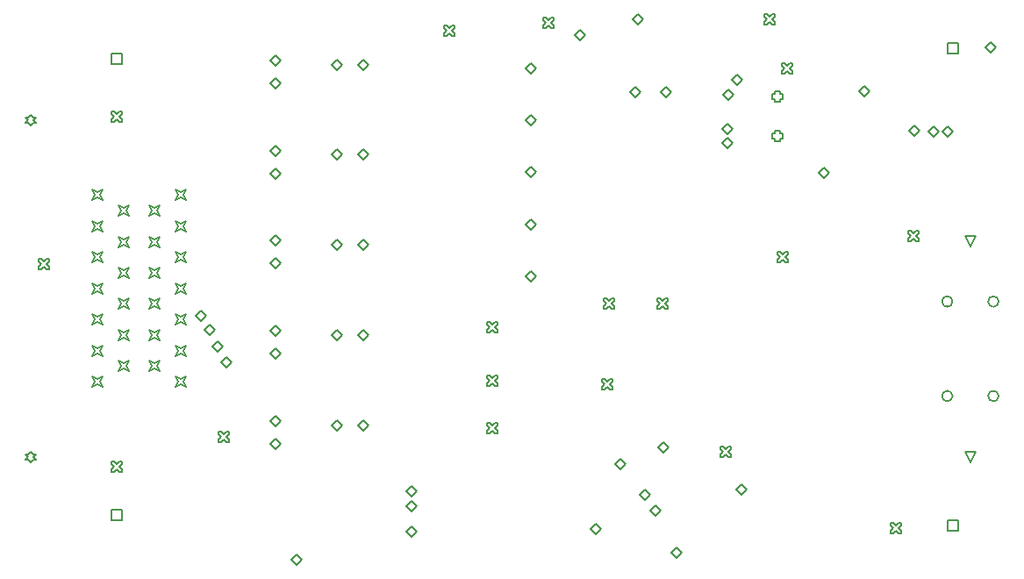
<source format=gbr>
%TF.GenerationSoftware,Altium Limited,Altium Designer,18.1.9 (240)*%
G04 Layer_Color=2752767*
%FSLAX26Y26*%
%MOIN*%
%TF.FileFunction,Drawing*%
%TF.Part,Single*%
G01*
G75*
%TA.AperFunction,NonConductor*%
%ADD115C,0.005000*%
%ADD116C,0.006667*%
D115*
X6574488Y6346142D02*
Y6386142D01*
X6614488D01*
Y6346142D01*
X6574488D01*
Y4535118D02*
Y4575118D01*
X6614488D01*
Y4535118D01*
X6574488D01*
X3397323Y4574488D02*
Y4614488D01*
X3437323D01*
Y4574488D01*
X3397323D01*
Y6306772D02*
Y6346772D01*
X3437323D01*
Y6306772D01*
X3397323D01*
X6661417Y5615039D02*
X6641417Y5655039D01*
X6681417D01*
X6661417Y5615039D01*
Y4794961D02*
X6641417Y4834961D01*
X6681417D01*
X6661417Y4794961D01*
X3090551Y4794961D02*
X3100551Y4804961D01*
X3110551D01*
X3100551Y4814961D01*
X3110551Y4824961D01*
X3100551D01*
X3090551Y4834961D01*
X3080551Y4824961D01*
X3070551D01*
X3080551Y4814961D01*
X3070551Y4804961D01*
X3080551D01*
X3090551Y4794961D01*
X3326457Y5789055D02*
X3336457Y5809055D01*
X3326457Y5829055D01*
X3346457Y5819055D01*
X3366457Y5829055D01*
X3356457Y5809055D01*
X3366457Y5789055D01*
X3346457Y5799055D01*
X3326457Y5789055D01*
Y5670945D02*
X3336457Y5690945D01*
X3326457Y5710945D01*
X3346457Y5700945D01*
X3366457Y5710945D01*
X3356457Y5690945D01*
X3366457Y5670945D01*
X3346457Y5680945D01*
X3326457Y5670945D01*
Y5552835D02*
X3336457Y5572835D01*
X3326457Y5592835D01*
X3346457Y5582835D01*
X3366457Y5592835D01*
X3356457Y5572835D01*
X3366457Y5552835D01*
X3346457Y5562835D01*
X3326457Y5552835D01*
Y5434724D02*
X3336457Y5454724D01*
X3326457Y5474724D01*
X3346457Y5464724D01*
X3366457Y5474724D01*
X3356457Y5454724D01*
X3366457Y5434724D01*
X3346457Y5444724D01*
X3326457Y5434724D01*
Y5316614D02*
X3336457Y5336614D01*
X3326457Y5356614D01*
X3346457Y5346614D01*
X3366457Y5356614D01*
X3356457Y5336614D01*
X3366457Y5316614D01*
X3346457Y5326614D01*
X3326457Y5316614D01*
Y5198504D02*
X3336457Y5218504D01*
X3326457Y5238504D01*
X3346457Y5228504D01*
X3366457Y5238504D01*
X3356457Y5218504D01*
X3366457Y5198504D01*
X3346457Y5208504D01*
X3326457Y5198504D01*
Y5080394D02*
X3336457Y5100394D01*
X3326457Y5120394D01*
X3346457Y5110394D01*
X3366457Y5120394D01*
X3356457Y5100394D01*
X3366457Y5080394D01*
X3346457Y5090394D01*
X3326457Y5080394D01*
X3424882Y5730000D02*
X3434882Y5750000D01*
X3424882Y5770000D01*
X3444882Y5760000D01*
X3464882Y5770000D01*
X3454882Y5750000D01*
X3464882Y5730000D01*
X3444882Y5740000D01*
X3424882Y5730000D01*
Y5611890D02*
X3434882Y5631890D01*
X3424882Y5651890D01*
X3444882Y5641890D01*
X3464882Y5651890D01*
X3454882Y5631890D01*
X3464882Y5611890D01*
X3444882Y5621890D01*
X3424882Y5611890D01*
Y5493779D02*
X3434882Y5513779D01*
X3424882Y5533779D01*
X3444882Y5523779D01*
X3464882Y5533779D01*
X3454882Y5513779D01*
X3464882Y5493779D01*
X3444882Y5503779D01*
X3424882Y5493779D01*
Y5375669D02*
X3434882Y5395669D01*
X3424882Y5415669D01*
X3444882Y5405669D01*
X3464882Y5415669D01*
X3454882Y5395669D01*
X3464882Y5375669D01*
X3444882Y5385669D01*
X3424882Y5375669D01*
Y5257559D02*
X3434882Y5277559D01*
X3424882Y5297559D01*
X3444882Y5287559D01*
X3464882Y5297559D01*
X3454882Y5277559D01*
X3464882Y5257559D01*
X3444882Y5267559D01*
X3424882Y5257559D01*
Y5139449D02*
X3434882Y5159449D01*
X3424882Y5179449D01*
X3444882Y5169449D01*
X3464882Y5179449D01*
X3454882Y5159449D01*
X3464882Y5139449D01*
X3444882Y5149449D01*
X3424882Y5139449D01*
X3542992Y5730000D02*
X3552992Y5750000D01*
X3542992Y5770000D01*
X3562992Y5760000D01*
X3582992Y5770000D01*
X3572992Y5750000D01*
X3582992Y5730000D01*
X3562992Y5740000D01*
X3542992Y5730000D01*
Y5611890D02*
X3552992Y5631890D01*
X3542992Y5651890D01*
X3562992Y5641890D01*
X3582992Y5651890D01*
X3572992Y5631890D01*
X3582992Y5611890D01*
X3562992Y5621890D01*
X3542992Y5611890D01*
Y5493779D02*
X3552992Y5513779D01*
X3542992Y5533779D01*
X3562992Y5523779D01*
X3582992Y5533779D01*
X3572992Y5513779D01*
X3582992Y5493779D01*
X3562992Y5503779D01*
X3542992Y5493779D01*
Y5375669D02*
X3552992Y5395669D01*
X3542992Y5415669D01*
X3562992Y5405669D01*
X3582992Y5415669D01*
X3572992Y5395669D01*
X3582992Y5375669D01*
X3562992Y5385669D01*
X3542992Y5375669D01*
Y5257559D02*
X3552992Y5277559D01*
X3542992Y5297559D01*
X3562992Y5287559D01*
X3582992Y5297559D01*
X3572992Y5277559D01*
X3582992Y5257559D01*
X3562992Y5267559D01*
X3542992Y5257559D01*
Y5139449D02*
X3552992Y5159449D01*
X3542992Y5179449D01*
X3562992Y5169449D01*
X3582992Y5179449D01*
X3572992Y5159449D01*
X3582992Y5139449D01*
X3562992Y5149449D01*
X3542992Y5139449D01*
X3641417Y5789055D02*
X3651417Y5809055D01*
X3641417Y5829055D01*
X3661417Y5819055D01*
X3681417Y5829055D01*
X3671417Y5809055D01*
X3681417Y5789055D01*
X3661417Y5799055D01*
X3641417Y5789055D01*
Y5670945D02*
X3651417Y5690945D01*
X3641417Y5710945D01*
X3661417Y5700945D01*
X3681417Y5710945D01*
X3671417Y5690945D01*
X3681417Y5670945D01*
X3661417Y5680945D01*
X3641417Y5670945D01*
Y5552835D02*
X3651417Y5572835D01*
X3641417Y5592835D01*
X3661417Y5582835D01*
X3681417Y5592835D01*
X3671417Y5572835D01*
X3681417Y5552835D01*
X3661417Y5562835D01*
X3641417Y5552835D01*
Y5434724D02*
X3651417Y5454724D01*
X3641417Y5474724D01*
X3661417Y5464724D01*
X3681417Y5474724D01*
X3671417Y5454724D01*
X3681417Y5434724D01*
X3661417Y5444724D01*
X3641417Y5434724D01*
Y5316614D02*
X3651417Y5336614D01*
X3641417Y5356614D01*
X3661417Y5346614D01*
X3681417Y5356614D01*
X3671417Y5336614D01*
X3681417Y5316614D01*
X3661417Y5326614D01*
X3641417Y5316614D01*
Y5198504D02*
X3651417Y5218504D01*
X3641417Y5238504D01*
X3661417Y5228504D01*
X3681417Y5238504D01*
X3671417Y5218504D01*
X3681417Y5198504D01*
X3661417Y5208504D01*
X3641417Y5198504D01*
Y5080394D02*
X3651417Y5100394D01*
X3641417Y5120394D01*
X3661417Y5110394D01*
X3681417Y5120394D01*
X3671417Y5100394D01*
X3681417Y5080394D01*
X3661417Y5090394D01*
X3641417Y5080394D01*
X3090551Y6074488D02*
X3100551Y6084488D01*
X3110551D01*
X3100551Y6094488D01*
X3110551Y6104488D01*
X3100551D01*
X3090551Y6114488D01*
X3080551Y6104488D01*
X3070551D01*
X3080551Y6094488D01*
X3070551Y6084488D01*
X3080551D01*
X3090551Y6074488D01*
X5919133Y6175236D02*
Y6165236D01*
X5939133D01*
Y6175236D01*
X5949133D01*
Y6195236D01*
X5939133D01*
Y6205236D01*
X5919133D01*
Y6195236D01*
X5909133D01*
Y6175236D01*
X5919133D01*
Y6025236D02*
Y6015236D01*
X5939133D01*
Y6025236D01*
X5949133D01*
Y6045236D01*
X5939133D01*
Y6055236D01*
X5919133D01*
Y6045236D01*
X5909133D01*
Y6025236D01*
X5919133D01*
X5712283Y4814646D02*
X5722283D01*
X5732283Y4824646D01*
X5742283Y4814646D01*
X5752283D01*
Y4824646D01*
X5742283Y4834646D01*
X5752283Y4844646D01*
Y4854646D01*
X5742283D01*
X5732283Y4844646D01*
X5722283Y4854646D01*
X5712283D01*
Y4844646D01*
X5722283Y4834646D01*
X5712283Y4824646D01*
Y4814646D01*
X5039055Y6444567D02*
X5049055D01*
X5059055Y6454567D01*
X5069055Y6444567D01*
X5079055D01*
Y6454567D01*
X5069055Y6464567D01*
X5079055Y6474567D01*
Y6484567D01*
X5069055D01*
X5059055Y6474567D01*
X5049055Y6484567D01*
X5039055D01*
Y6474567D01*
X5049055Y6464567D01*
X5039055Y6454567D01*
Y6444567D01*
X4519370Y4685039D02*
X4539370Y4705039D01*
X4559370Y4685039D01*
X4539370Y4665039D01*
X4519370Y4685039D01*
X4519370Y4531496D02*
X4539370Y4551496D01*
X4559370Y4531496D01*
X4539370Y4511496D01*
X4519370Y4531496D01*
X6720158Y6370079D02*
X6740158Y6390079D01*
X6760158Y6370079D01*
X6740158Y6350079D01*
X6720158Y6370079D01*
X6239842Y6204724D02*
X6259842Y6224724D01*
X6279842Y6204724D01*
X6259842Y6184724D01*
X6239842Y6204724D01*
X6503622Y6051181D02*
X6523622Y6071181D01*
X6543622Y6051181D01*
X6523622Y6031181D01*
X6503622Y6051181D01*
X6554803D02*
X6574803Y6071181D01*
X6594803Y6051181D01*
X6574803Y6031181D01*
X6554803Y6051181D01*
X6428819Y6055118D02*
X6448819Y6075118D01*
X6468819Y6055118D01*
X6448819Y6035118D01*
X6428819Y6055118D01*
X3121732Y5527244D02*
X3131732D01*
X3141732Y5537244D01*
X3151732Y5527244D01*
X3161732D01*
Y5537244D01*
X3151732Y5547244D01*
X3161732Y5557244D01*
Y5567244D01*
X3151732D01*
X3141732Y5557244D01*
X3131732Y5567244D01*
X3121732D01*
Y5557244D01*
X3131732Y5547244D01*
X3121732Y5537244D01*
Y5527244D01*
X4082362Y4425197D02*
X4102362Y4445197D01*
X4122362Y4425197D01*
X4102362Y4405197D01*
X4082362Y4425197D01*
X6357953Y4523307D02*
X6367953D01*
X6377953Y4533307D01*
X6387953Y4523307D01*
X6397953D01*
Y4533307D01*
X6387953Y4543307D01*
X6397953Y4553307D01*
Y4563307D01*
X6387953D01*
X6377953Y4553307D01*
X6367953Y4563307D01*
X6357953D01*
Y4553307D01*
X6367953Y4543307D01*
X6357953Y4533307D01*
Y4523307D01*
X5877638Y6456378D02*
X5887638D01*
X5897638Y6466378D01*
X5907638Y6456378D01*
X5917638D01*
Y6466378D01*
X5907638Y6476378D01*
X5917638Y6486378D01*
Y6496378D01*
X5907638D01*
X5897638Y6486378D01*
X5887638Y6496378D01*
X5877638D01*
Y6486378D01*
X5887638Y6476378D01*
X5877638Y6466378D01*
Y6456378D01*
X6424882Y5633543D02*
X6434882D01*
X6444882Y5643543D01*
X6454882Y5633543D01*
X6464882D01*
Y5643543D01*
X6454882Y5653543D01*
X6464882Y5663543D01*
Y5673543D01*
X6454882D01*
X6444882Y5663543D01*
X6434882Y5673543D01*
X6424882D01*
Y5663543D01*
X6434882Y5653543D01*
X6424882Y5643543D01*
Y5633543D01*
X5472126Y5377638D02*
X5482126D01*
X5492126Y5387638D01*
X5502126Y5377638D01*
X5512126D01*
Y5387638D01*
X5502126Y5397638D01*
X5512126Y5407638D01*
Y5417638D01*
X5502126D01*
X5492126Y5407638D01*
X5482126Y5417638D01*
X5472126D01*
Y5407638D01*
X5482126Y5397638D01*
X5472126Y5387638D01*
Y5377638D01*
X5263465Y5070551D02*
X5273465D01*
X5283465Y5080551D01*
X5293465Y5070551D01*
X5303465D01*
Y5080551D01*
X5293465Y5090551D01*
X5303465Y5100551D01*
Y5110551D01*
X5293465D01*
X5283465Y5100551D01*
X5273465Y5110551D01*
X5263465D01*
Y5100551D01*
X5273465Y5090551D01*
X5263465Y5080551D01*
Y5070551D01*
X5267402Y5377638D02*
X5277402D01*
X5287402Y5387638D01*
X5297402Y5377638D01*
X5307402D01*
Y5387638D01*
X5297402Y5397638D01*
X5307402Y5407638D01*
Y5417638D01*
X5297402D01*
X5287402Y5407638D01*
X5277402Y5417638D01*
X5267402D01*
Y5407638D01*
X5277402Y5397638D01*
X5267402Y5387638D01*
Y5377638D01*
X4661102Y6413071D02*
X4671102D01*
X4681102Y6423071D01*
X4691102Y6413071D01*
X4701102D01*
Y6423071D01*
X4691102Y6433071D01*
X4701102Y6443071D01*
Y6453071D01*
X4691102D01*
X4681102Y6443071D01*
X4671102Y6453071D01*
X4661102D01*
Y6443071D01*
X4671102Y6433071D01*
X4661102Y6423071D01*
Y6413071D01*
X3397323Y4755591D02*
X3407323D01*
X3417323Y4765591D01*
X3427323Y4755591D01*
X3437323D01*
Y4765591D01*
X3427323Y4775591D01*
X3437323Y4785591D01*
Y4795591D01*
X3427323D01*
X3417323Y4785591D01*
X3407323Y4795591D01*
X3397323D01*
Y4785591D01*
X3407323Y4775591D01*
X3397323Y4765591D01*
Y4755591D01*
Y6086299D02*
X3407323D01*
X3417323Y6096299D01*
X3427323Y6086299D01*
X3437323D01*
Y6096299D01*
X3427323Y6106299D01*
X3437323Y6116299D01*
Y6126299D01*
X3427323D01*
X3417323Y6116299D01*
X3407323Y6126299D01*
X3397323D01*
Y6116299D01*
X3407323Y6106299D01*
X3397323Y6096299D01*
Y6086299D01*
X4826457Y4905197D02*
X4836457D01*
X4846457Y4915197D01*
X4856457Y4905197D01*
X4866457D01*
Y4915197D01*
X4856457Y4925197D01*
X4866457Y4935197D01*
Y4945197D01*
X4856457D01*
X4846457Y4935197D01*
X4836457Y4945197D01*
X4826457D01*
Y4935197D01*
X4836457Y4925197D01*
X4826457Y4915197D01*
Y4905197D01*
Y5082362D02*
X4836457D01*
X4846457Y5092362D01*
X4856457Y5082362D01*
X4866457D01*
Y5092362D01*
X4856457Y5102362D01*
X4866457Y5112362D01*
Y5122362D01*
X4856457D01*
X4846457Y5112362D01*
X4836457Y5122362D01*
X4826457D01*
Y5112362D01*
X4836457Y5102362D01*
X4826457Y5092362D01*
Y5082362D01*
Y5287087D02*
X4836457D01*
X4846457Y5297087D01*
X4856457Y5287087D01*
X4866457D01*
Y5297087D01*
X4856457Y5307087D01*
X4866457Y5317087D01*
Y5327087D01*
X4856457D01*
X4846457Y5317087D01*
X4836457Y5327087D01*
X4826457D01*
Y5317087D01*
X4836457Y5307087D01*
X4826457Y5297087D01*
Y5287087D01*
X5476063Y4850394D02*
X5496063Y4870394D01*
X5516063Y4850394D01*
X5496063Y4830394D01*
X5476063Y4850394D01*
X5770820Y4690945D02*
X5790820Y4710945D01*
X5810820Y4690945D01*
X5790820Y4670945D01*
X5770820Y4690945D01*
X5929185Y5554437D02*
X5939185D01*
X5949185Y5564437D01*
X5959185Y5554437D01*
X5969185D01*
Y5564437D01*
X5959185Y5574437D01*
X5969185Y5584437D01*
Y5594437D01*
X5959185D01*
X5949185Y5584437D01*
X5939185Y5594437D01*
X5929185D01*
Y5584437D01*
X5939185Y5574437D01*
X5929185Y5564437D01*
Y5554437D01*
X5377638Y6476378D02*
X5397638Y6496378D01*
X5417638Y6476378D01*
X5397638Y6456378D01*
X5377638Y6476378D01*
X5157165Y6417323D02*
X5177165Y6437323D01*
X5197165Y6417323D01*
X5177165Y6397323D01*
X5157165Y6417323D01*
X5944567Y6271339D02*
X5954567D01*
X5964567Y6281339D01*
X5974567Y6271339D01*
X5984567D01*
Y6281339D01*
X5974567Y6291339D01*
X5984567Y6301339D01*
Y6311339D01*
X5974567D01*
X5964567Y6301339D01*
X5954567Y6311339D01*
X5944567D01*
Y6301339D01*
X5954567Y6291339D01*
X5944567Y6281339D01*
Y6271339D01*
X6086299Y5893701D02*
X6106299Y5913701D01*
X6126299Y5893701D01*
X6106299Y5873701D01*
X6086299Y5893701D01*
X5369764Y6200787D02*
X5389764Y6220787D01*
X5409764Y6200787D01*
X5389764Y6180787D01*
X5369764Y6200787D01*
X5310709Y4787402D02*
X5330709Y4807402D01*
X5350709Y4787402D01*
X5330709Y4767402D01*
X5310709Y4787402D01*
X3806772Y4869764D02*
X3816772D01*
X3826772Y4879764D01*
X3836772Y4869764D01*
X3846772D01*
Y4879764D01*
X3836772Y4889764D01*
X3846772Y4899764D01*
Y4909764D01*
X3836772D01*
X3826772Y4899764D01*
X3816772Y4909764D01*
X3806772D01*
Y4899764D01*
X3816772Y4889764D01*
X3806772Y4879764D01*
Y4869764D01*
X3814646Y5173228D02*
X3834646Y5193228D01*
X3854646Y5173228D01*
X3834646Y5153228D01*
X3814646Y5173228D01*
X3783150Y5232283D02*
X3803150Y5252283D01*
X3823150Y5232283D01*
X3803150Y5212283D01*
X3783150Y5232283D01*
X3751653Y5295276D02*
X3771653Y5315276D01*
X3791653Y5295276D01*
X3771653Y5275276D01*
X3751653Y5295276D01*
X3720157Y5350394D02*
X3740157Y5370394D01*
X3760157Y5350394D01*
X3740157Y5330394D01*
X3720157Y5350394D01*
X5405197Y4669291D02*
X5425197Y4689291D01*
X5445197Y4669291D01*
X5425197Y4649291D01*
X5405197Y4669291D01*
X5444566Y4610236D02*
X5464566Y4630236D01*
X5484566Y4610236D01*
X5464566Y4590236D01*
X5444566Y4610236D01*
X5485906Y6198819D02*
X5505906Y6218819D01*
X5525906Y6198819D01*
X5505906Y6178819D01*
X5485906Y6198819D01*
X5755591Y6248032D02*
X5775591Y6268032D01*
X5795591Y6248032D01*
X5775591Y6228032D01*
X5755591Y6248032D01*
X5720158Y6059055D02*
X5740158Y6079055D01*
X5760158Y6059055D01*
X5740158Y6039055D01*
X5720158Y6059055D01*
X5722114Y6188964D02*
X5742114Y6208964D01*
X5762114Y6188964D01*
X5742114Y6168964D01*
X5722114Y6188964D01*
X5720146Y6007862D02*
X5740146Y6027862D01*
X5760146Y6007862D01*
X5740146Y5987862D01*
X5720146Y6007862D01*
X4972127Y5500001D02*
X4992127Y5520001D01*
X5012127Y5500001D01*
X4992127Y5480001D01*
X4972127Y5500001D01*
Y5696851D02*
X4992127Y5716851D01*
X5012127Y5696851D01*
X4992127Y5676851D01*
X4972127Y5696851D01*
Y5897639D02*
X4992127Y5917639D01*
X5012127Y5897639D01*
X4992127Y5877639D01*
X4972127Y5897639D01*
Y6094489D02*
X4992127Y6114489D01*
X5012127Y6094489D01*
X4992127Y6074489D01*
X4972127Y6094489D01*
Y6291340D02*
X4992127Y6311340D01*
X5012127Y6291340D01*
X4992127Y6271340D01*
X4972127Y6291340D01*
X5220158Y4539370D02*
X5240158Y4559370D01*
X5260158Y4539370D01*
X5240158Y4519370D01*
X5220158Y4539370D01*
X5525276Y4450787D02*
X5545276Y4470787D01*
X5565276Y4450787D01*
X5545276Y4430787D01*
X5525276Y4450787D01*
X4519370Y4625984D02*
X4539370Y4645984D01*
X4559370Y4625984D01*
X4539370Y4605984D01*
X4519370Y4625984D01*
X4003622Y5293306D02*
X4023622Y5313306D01*
X4043622Y5293306D01*
X4023622Y5273306D01*
X4003622Y5293306D01*
Y5206692D02*
X4023622Y5226692D01*
X4043622Y5206692D01*
X4023622Y5186692D01*
X4003622Y5206692D01*
X4235901Y5277557D02*
X4255901Y5297557D01*
X4275901Y5277557D01*
X4255901Y5257557D01*
X4235901Y5277557D01*
X4334325D02*
X4354325Y5297557D01*
X4374325Y5277557D01*
X4354325Y5257557D01*
X4334325Y5277557D01*
X4003622Y5635826D02*
X4023622Y5655826D01*
X4043622Y5635826D01*
X4023622Y5615826D01*
X4003622Y5635826D01*
Y5549212D02*
X4023622Y5569212D01*
X4043622Y5549212D01*
X4023622Y5529212D01*
X4003622Y5549212D01*
X4235901Y5620077D02*
X4255901Y5640077D01*
X4275901Y5620077D01*
X4255901Y5600077D01*
X4235901Y5620077D01*
X4334325D02*
X4354325Y5640077D01*
X4374325Y5620077D01*
X4354325Y5600077D01*
X4334325Y5620077D01*
X4003622Y5978346D02*
X4023622Y5998346D01*
X4043622Y5978346D01*
X4023622Y5958346D01*
X4003622Y5978346D01*
Y5891731D02*
X4023622Y5911731D01*
X4043622Y5891731D01*
X4023622Y5871731D01*
X4003622Y5891731D01*
X4235901Y5962596D02*
X4255901Y5982596D01*
X4275901Y5962596D01*
X4255901Y5942596D01*
X4235901Y5962596D01*
X4334325D02*
X4354325Y5982596D01*
X4374325Y5962596D01*
X4354325Y5942596D01*
X4334325Y5962596D01*
X4003622Y6320865D02*
X4023622Y6340865D01*
X4043622Y6320865D01*
X4023622Y6300865D01*
X4003622Y6320865D01*
Y6234251D02*
X4023622Y6254251D01*
X4043622Y6234251D01*
X4023622Y6214251D01*
X4003622Y6234251D01*
X4235901Y6305116D02*
X4255901Y6325116D01*
X4275901Y6305116D01*
X4255901Y6285116D01*
X4235901Y6305116D01*
X4334325D02*
X4354325Y6325116D01*
X4374325Y6305116D01*
X4354325Y6285116D01*
X4334325Y6305116D01*
X4003622Y4950787D02*
X4023622Y4970787D01*
X4043622Y4950787D01*
X4023622Y4930787D01*
X4003622Y4950787D01*
Y4864172D02*
X4023622Y4884172D01*
X4043622Y4864172D01*
X4023622Y4844172D01*
X4003622Y4864172D01*
X4235901Y4935038D02*
X4255901Y4955038D01*
X4275901Y4935038D01*
X4255901Y4915038D01*
X4235901Y4935038D01*
X4334325D02*
X4354325Y4955038D01*
X4374325Y4935038D01*
X4354325Y4915038D01*
X4334325Y4935038D01*
D116*
X6769094Y5404567D02*
G03*
X6769094Y5404567I-20000J0D01*
G01*
Y5045512D02*
G03*
X6769094Y5045512I-20000J0D01*
G01*
X6593897Y5404567D02*
G03*
X6593897Y5404567I-20000J0D01*
G01*
Y5045512D02*
G03*
X6593897Y5045512I-20000J0D01*
G01*
%TF.MD5,dbef2f7760a8107f388e2e47e796a0a5*%
M02*

</source>
